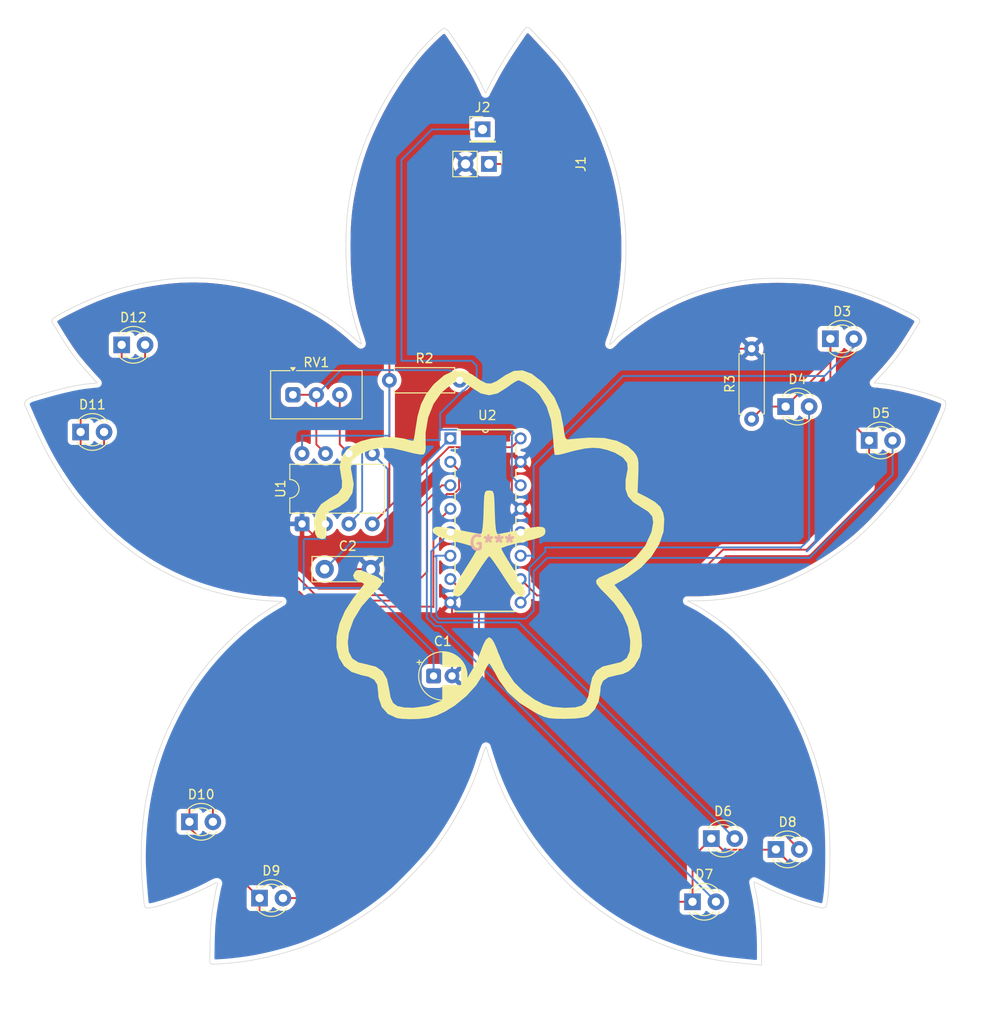
<source format=kicad_pcb>
(kicad_pcb (version 20241229) (generator "pcbnew") (generator_version "9.0")
  (layers (0 "F.Cu" signal) (2 "B.Cu" signal) (13 "F.Paste" user) (15 "B.Paste" user) (5 "F.SilkS" user "F.Silkscreen") (7 "B.SilkS" user "B.Silkscreen") (1 "F.Mask" user) (3 "B.Mask" user) (25 "Edge.Cuts" user))
  (net 0 "")
  (net 1 "+5V")
  (net 2 "GND")
  (net 3 "TR")
  (net 4 "Net-(U1-CONT)")
  (net 5 "Net-(U1-DISCH)")
  (net 6 "Net-(D10-K)")
  (net 7 "Net-(D3-A)")
  (net 8 "Net-(D4-A)")
  (net 9 "Net-(D5-A)")
  (net 10 "Net-(D6-A)")
  (net 11 "Net-(D7-A)")
  (net 12 "Net-(D8-A)")
  (net 13 "Net-(D9-A)")
  (net 14 "Net-(D10-A)")
  (net 15 "Net-(D11-A)")
  (net 16 "Net-(D12-A)")
  (net 17 "OUT")
  (footprint "LED_THT:LED_D3.0mm" (layer "F.Cu") (at 184.32 90.83)
    (property "Reference" "D4")
    (property "Value" "LED")
  )
  (footprint "Resistor_THT:R_Axial_DIN0207_L6.3mm_D2.5mm_P7.62mm_Horizontal" (layer "F.Cu") (at 180.63 92.18 90)
    (property "Reference" "R3")
    (property "Value" "470")
  )
  (footprint "LED_THT:LED_D3.0mm" (layer "F.Cu") (at 193.37 94.5)
    (property "Reference" "D5")
    (property "Value" "LED")
  )
  (footprint "Package_DIP:DIP-8_W7.62mm" (layer "F.Cu") (at 131.88 103.54 90)
    (property "Reference" "U1")
    (property "Value" "NE555P")
  )
  (footprint "Sakura:sakura" (layer "F.Cu") (at 150.418351 105.178242)
    (property "Reference" "G***")
    (property "Value" "LOGO" (hide yes))
  )
  (footprint "Potentiometer_THT:Potentiometer_Vishay_T93YA_Vertical" (layer "F.Cu") (at 130.89 89.55)
    (property "Reference" "RV1")
    (property "Value" "50K")
  )
  (footprint "LED_THT:LED_D3.0mm" (layer "F.Cu") (at 183.26 138.8)
    (property "Reference" "D8")
    (property "Value" "LED")
  )
  (footprint "LED_THT:LED_D3.0mm" (layer "F.Cu") (at 127.27 144.07)
    (property "Reference" "D9")
    (property "Value" "LED")
  )
  (footprint "Connector_PinHeader_2.54mm:PinHeader_1x02_P2.54mm_Vertical" (layer "F.Cu") (at 152.15 64.55 -90)
    (property "Reference" "J1")
    (property "Value" "Conn_01x02_Socket")
  )
  (footprint "LED_THT:LED_D3.0mm" (layer "F.Cu") (at 119.67 135.81)
    (property "Reference" "D10")
    (property "Value" "LED")
  )
  (footprint "Connector_PinHeader_2.54mm:PinHeader_1x01_P2.54mm_Vertical" (layer "F.Cu") (at 151.45 60.8)
    (property "Reference" "J2")
    (property "Value" "Conn_01x01_Socket")
  )
  (footprint "Capacitor_THT:C_Disc_D7.5mm_W2.5mm_P5.00mm" (layer "F.Cu") (at 134.33 108.44)
    (property "Reference" "C2")
    (property "Value" "0.01 UF")
  )
  (footprint "LED_THT:LED_D3.0mm" (layer "F.Cu") (at 176.26 137.63)
    (property "Reference" "D6")
    (property "Value" "LED")
  )
  (footprint "LED_THT:LED_D3.0mm" (layer "F.Cu") (at 189.17 83.49)
    (property "Reference" "D3")
    (property "Value" "LED")
  )
  (footprint "LED_THT:LED_D3.0mm" (layer "F.Cu") (at 112.32 84.14)
    (property "Reference" "D12")
    (property "Value" "LED")
  )
  (footprint "Capacitor_THT:CP_Radial_D5.0mm_P2.00mm" (layer "F.Cu") (at 146.14 120.01)
    (property "Reference" "C1")
    (property "Value" "1 uF")
  )
  (footprint "LED_THT:LED_D3.0mm" (layer "F.Cu") (at 174.22 144.47)
    (property "Reference" "D7")
    (property "Value" "LED")
  )
  (footprint "Resistor_THT:R_Axial_DIN0207_L6.3mm_D2.5mm_P7.62mm_Horizontal" (layer "F.Cu") (at 141.35 87.98)
    (property "Reference" "R2")
    (property "Value" "1k")
  )
  (footprint "LED_THT:LED_D3.0mm" (layer "F.Cu") (at 107.87 93.58)
    (property "Reference" "D11")
    (property "Value" "LED")
  )
  (footprint "N16:N16" (layer "F.Cu") (at 155.58 112.06)
    (property "Reference" "U2")
    (property "Value" "4017")
  )
  (gr_poly (pts (xy 156.358332 49.758483) (xy 156.3767 49.759936) (xy 156.394921 49.762345) (xy 156.412968 49.765699) (xy 156.430812 49.76999) (xy 156.448427 49.775206) (xy 156.465785 49.781339) (xy 156.48286 49.788377) (xy 156.499624 49.796311) (xy 156.51605 49.80513) (xy 156.53211 49.814825) (xy 156.547778 49.825386) (xy 156.563027 49.836802) (xy 156.577828 49.849063) (xy 156.592156 49.86216) (xy 156.605982 49.876082) (xy 157.351306 50.665856) (xy 158.093915 51.458781) (xy 158.443477 51.836042) (xy 158.790689 52.215886) (xy 159.135485 52.598241) (xy 159.477799 52.983034) (xy 159.594619 53.116572) (xy 159.710181 53.251342) (xy 159.824478 53.387331) (xy 159.9375 53.52453) (xy 160.049238 53.662926) (xy 160.159684 53.802511) (xy 160.268829 53.943273) (xy 160.376663 54.0852) (xy 160.652187 54.456896) (xy 160.92273 54.832663) (xy 161.188252 55.212444) (xy 161.448716 55.596182) (xy 161.704084 55.983819) (xy 161.954316 56.375299) (xy 162.199375 56.770562) (xy 162.439223 57.169552) (xy 162.673901 57.572342) (xy 162.903206 57.978572) (xy 163.127105 58.388181) (xy 163.345566 58.801107) (xy 163.558558 59.217289) (xy 163.766049 59.636666) (xy 163.968005 60.059175) (xy 164.164397 60.484755) (xy 164.351244 60.904632) (xy 164.532391 61.327273) (xy 164.707813 61.752612) (xy 164.877483 62.180583) (xy 165.041378 62.611123) (xy 165.199471 63.044165) (xy 165.351737 63.479645) (xy 165.498151 63.917497) (xy 165.632566 64.33981) (xy 165.760501 64.764327) (xy 165.881932 65.190961) (xy 165.996838 65.619627) (xy 166.105195 66.050239) (xy 166.206982 66.48271) (xy 166.302176 66.916956) (xy 166.390753 67.35289) (xy 166.474038 67.795639) (xy 166.551253 68.239573) (xy 166.622387 68.684619) (xy 166.687432 69.130704) (xy 166.746376 69.577755) (xy 166.79921 70.025699) (xy 166.845923 70.474464) (xy 166.886507 70.923977) (xy 166.921072 71.375403) (xy 166.949516 71.82725) (xy 166.971836 72.279448) (xy 166.988031 72.731925) (xy 166.998098 73.184609) (xy 167.002034 73.637431) (xy 166.999839 74.090318) (xy 166.991509 74.543199) (xy 166.977218 74.989111) (xy 166.956804 75.434677) (xy 166.930273 75.879823) (xy 166.897628 76.32448) (xy 166.858877 76.768575) (xy 166.814025 77.212036) (xy 166.763076 77.654792) (xy 166.706038 78.096773) (xy 166.644669 78.523465) (xy 166.576847 78.948957) (xy 166.502588 79.373164) (xy 166.421908 79.796004) (xy 166.334823 80.217394) (xy 166.241351 80.637249) (xy 166.141508 81.055487) (xy 166.035309 81.472024) (xy 165.997173 81.61547) (xy 165.958311 81.758679) (xy 165.918714 81.901683) (xy 165.878374 82.044513) (xy 165.793723 82.336035) (xy 165.706278 82.626719) (xy 165.626172 82.884039) (xy 165.543643 83.140491) (xy 165.515641 83.223787) (xy 165.48631 83.306555) (xy 165.455656 83.388775) (xy 165.423686 83.470428) (xy 165.400357 83.529662) (xy 165.377744 83.58921) (xy 165.355848 83.649064) (xy 165.334674 83.709212) (xy 165.326275 83.733982) (xy 165.318146 83.758853) (xy 165.310287 83.783823) (xy 165.302699 83.808888) (xy 165.295383 83.834046) (xy 165.288339 83.859294) (xy 165.281569 83.88463) (xy 165.275073 83.910051) (xy 165.266085 83.947703) (xy 165.257874 83.985551) (xy 165.250444 84.023583) (xy 165.243799 84.061786) (xy 165.243599 84.063236) (xy 165.243475 84.064687) (xy 165.243426 84.066137) (xy 165.243451 84.067583) (xy 165.243549 84.069021) (xy 165.24372 84.070448) (xy 165.243962 84.071861) (xy 165.244275 84.073258) (xy 165.244658 84.074634) (xy 165.245111 84.075987) (xy 165.245633 84.077314) (xy 165.246222 84.078611) (xy 165.246878 84.079875) (xy 165.247601 84.081104) (xy 165.248389 84.082294) (xy 165.249242 84.083442) (xy 165.250153 84.084538) (xy 165.251113 84.085572) (xy 165.252121 84.086545) (xy 165.253173 84.087453) (xy 165.254266 84.088297) (xy 165.255399 84.089075) (xy 165.256567 84.089786) (xy 165.257769 84.090427) (xy 165.259001 84.090998) (xy 165.260261 84.091497) (xy 165.261547 84.091924) (xy 165.262854 84.092276) (xy 165.264181 84.092552) (xy 165.265525 84.092751) (xy 165.266883 84.092872) (xy 165.268253 84.092914) (xy 165.271977 84.092832) (xy 165.275683 84.092589) (xy 165.279369 84.092186) (xy 165.283028 84.091625) (xy 165.286657 84.090906) (xy 165.290252 84.090032) (xy 165.293808 84.089004) (xy 165.297321 84.087823) (xy 165.300786 84.086492) (xy 165.3042 84.085011) (xy 165.307558 84.083383) (xy 165.310855 84.081608) (xy 165.314087 84.079689) (xy 165.317251 84.077627) (xy 165.320341 84.075423) (xy 165.323354 84.073079) (xy 165.355974 84.046273) (xy 165.3883 84.019067) (xy 165.420327 83.991461) (xy 165.452054 83.963458) (xy 165.471232 83.946198) (xy 165.490284 83.928782) (xy 165.509211 83.911209) (xy 165.528011 83.893482) (xy 165.546684 83.8756) (xy 165.565228 83.857564) (xy 165.583642 83.839375) (xy 165.601926 83.821034) (xy 165.642532 83.779537) (xy 165.682707 83.737568) (xy 165.72245 83.69513) (xy 165.761759 83.652225) (xy 165.835564 83.572392) (xy 165.91082 83.494169) (xy 165.987502 83.41758) (xy 166.06559 83.342643) (xy 166.145058 83.269383) (xy 166.225886 83.197819) (xy 166.30805 83.127974) (xy 166.391527 83.059869) (xy 166.677033 82.833866) (xy 166.964464 82.610632) (xy 167.253791 82.390192) (xy 167.544982 82.172568) (xy 167.858273 81.943136) (xy 168.173695 81.717025) (xy 168.491201 81.494265) (xy 168.810744 81.274888) (xy 169.082847 81.093434) (xy 169.357666 80.916788) (xy 169.635156 80.744981) (xy 169.915273 80.578044) (xy 170.206413 80.4101) (xy 170.499248 80.245631) (xy 170.793752 80.084652) (xy 171.089897 79.927177) (xy 171.387654 79.773222) (xy 171.686996 79.6228) (xy 171.987895 79.475926) (xy 172.290325 79.332615) (xy 172.583271 79.198174) (xy 172.87772 79.067638) (xy 173.173635 78.941019) (xy 173.470984 78.818332) (xy 173.769732 78.699591) (xy 174.069845 78.58481) (xy 174.371288 78.474003) (xy 174.674028 78.367183) (xy 174.980934 78.263356) (xy 175.288968 78.163567) (xy 175.598097 78.067827) (xy 175.908287 77.976145) (xy 176.219504 77.888531) (xy 176.531712 77.804995) (xy 176.84488 77.725545) (xy 177.158971 77.650192) (xy 177.491602 77.574613) (xy 177.824926 77.502739) (xy 178.158915 77.434574) (xy 178.493541 77.370125) (xy 178.828775 77.309397) (xy 179.164588 77.252395) (xy 179.500953 77.199125) (xy 179.837841 77.149591) (xy 180.078237 77.117087) (xy 180.318942 77.087511) (xy 180.559934 77.060868) (xy 180.801187 77.037157) (xy 181.042677 77.016382) (xy 181.284381 76.998545) (xy 181.526273 76.983647) (xy 181.768331 76.97169) (xy 182.346088 76.95084) (xy 182.92406 76.938314) (xy 183.502156 76.934112) (xy 184.080284 76.938237) (xy 184.648379 76.950477) (xy 185.216218 76.970908) (xy 185.783751 76.999528) (xy 186.350929 77.036336) (xy 186.575734 77.054169) (xy 186.800264 77.075209) (xy 187.024492 77.099452) (xy 187.248388 77.126893) (xy 187.471923 77.15753) (xy 187.695068 77.191357) (xy 187.917794 77.228371) (xy 188.140071 77.268568) (xy 188.681558 77.375198) (xy 189.221384 77.490953) (xy 189.759432 77.615806) (xy 190.295589 77.749733) (xy 190.820169 77.890396) (xy 191.342468 78.040381) (xy 191.862373 78.199653) (xy 192.379769 78.368176) (xy 192.900652 78.547962) (xy 193.418669 78.736869) (xy 193.933722 78.93486) (xy 194.445711 79.141902) (xy 194.975821 79.366366) (xy 195.502819 79.599055) (xy 196.026677 79.839957) (xy 196.547368 80.089061) (xy 197.171681 80.396368) (xy 197.793996 80.708255) (xy 197.87434 80.749431) (xy 197.954272 80.791499) (xy 198.033787 80.834454) (xy 198.112876 80.878292) (xy 198.191534 80.923011) (xy 198.269754 80.968606) (xy 198.347528 81.015075) (xy 198.424849 81.062413) (xy 198.469871 81.090937) (xy 198.514354 81.120385) (xy 198.558285 81.150746) (xy 198.601652 81.182013) (xy 198.644443 81.214175) (xy 198.686645 81.247225) (xy 198.728246 81.281153) (xy 198.769234 81.31595) (xy 198.779893 81.325728) (xy 198.789965 81.336072) (xy 198.799436 81.346951) (xy 198.808292 81.358335) (xy 198.816519 81.370192) (xy 198.824103 81.382491) (xy 198.831031 81.395201) (xy 198.837288 81.408292) (xy 198.842862 81.421731) (xy 198.847737 81.435488) (xy 198.8519 81.449533) (xy 198.855338 81.463833) (xy 198.858036 81.478359) (xy 198.859981 81.493078) (xy 198.861159 81.50796) (xy 198.861556 81.522973) (xy 198.861271 81.539838) (xy 198.86042 81.556643) (xy 198.859006 81.573372) (xy 198.857034 81.590011) (xy 198.854508 81.606545) (xy 198.851431 81.622957) (xy 198.847809 81.639233) (xy 198.843643 81.655358) (xy 198.83894 81.671316) (xy 198.833703 81.687093) (xy 198.827935 81.702672) (xy 198.821642 81.71804) (xy 198.814826 81.73318) (xy 198.807493 81.748077) (xy 198.799646 81.762716) (xy 198.791289 81.777083) (xy 198.433994 82.363936) (xy 198.073726 82.948678) (xy 197.887278 83.247157) (xy 197.698802 83.544144) (xy 197.508289 83.839647) (xy 197.315734 84.133673) (xy 197.145489 84.388641) (xy 196.972636 84.641582) (xy 196.79719 84.892476) (xy 196.619164 85.141302) (xy 196.543699 85.244292) (xy 196.467069 85.346301) (xy 196.38929 85.447312) (xy 196.310375 85.547307) (xy 196.203469 85.680407) (xy 196.095943 85.812895) (xy 195.987777 85.944795) (xy 195.878951 86.076129) (xy 195.762032 86.215795) (xy 195.644496 86.354771) (xy 195.52629 86.493119) (xy 195.407363 86.630897) (xy 195.297915 86.756213) (xy 195.187685 86.880752) (xy 195.076685 87.004506) (xy 194.964925 87.127466) (xy 193.927083 88.261813) (xy 194.770769 88.350839) (xy 195.069781 88.385428) (xy 195.368109 88.426015) (xy 195.665683 88.47259) (xy 195.962428 88.525142) (xy 196.325362 88.595234) (xy 196.687583 88.669306) (xy 197.049073 88.747356) (xy 197.409813 88.829381) (xy 197.779813 88.91774) (xy 198.148909 89.010114) (xy 198.517106 89.106503) (xy 198.884407 89.206907) (xy 199.207294 89.299776) (xy 199.52885 89.397745) (xy 199.849025 89.500799) (xy 200.167766 89.608925) (xy 200.581516 89.75521) (xy 200.993947 89.905675) (xy 201.045963 89.925421) (xy 201.097684 89.946006) (xy 201.149101 89.967427) (xy 201.200204 89.989678) (xy 201.250985 90.012757) (xy 201.301436 90.036659) (xy 201.351548 90.06138) (xy 201.401311 90.086917) (xy 201.415539 90.094522) (xy 201.429637 90.10238) (xy 201.443602 90.110491) (xy 201.457431 90.11885) (xy 201.471122 90.127457) (xy 201.48467 90.136309) (xy 201.498075 90.145405) (xy 201.511332 90.154743) (xy 201.524439 90.164319) (xy 201.537394 90.174133) (xy 201.550193 90.184182) (xy 201.562833 90.194465) (xy 201.575312 90.204979) (xy 201.587627 90.215722) (xy 201.599776 90.226692) (xy 201.611754 90.237887) (xy 201.619648 90.245808) (xy 201.6271 90.254124) (xy 201.634099 90.262815) (xy 201.640636 90.271858) (xy 201.646703 90.281232) (xy 201.652291 90.290914) (xy 201.65739 90.300884) (xy 201.66199 90.311119) (xy 201.666084 90.321597) (xy 201.669661 90.332298) (xy 201.672713 90.343198) (xy 201.67523 90.354277) (xy 201.677203 90.365512) (xy 201.678623 90.376883) (xy 201.679482 90.388366) (xy 201.679769 90.39994) (xy 201.678997 90.461782) (xy 201.676689 90.523503) (xy 201.672848 90.585071) (xy 201.667483 90.646454) (xy 201.660599 90.707621) (xy 201.652202 90.768539) (xy 201.6423 90.829177) (xy 201.630899 90.889503) (xy 201.618005 90.949485) (xy 201.603624 91.009092) (xy 201.587763 91.06829) (xy 201.570428 91.12705) (xy 201.551627 91.185338) (xy 201.531364 91.243122) (xy 201.509647 91.300372) (xy 201.486482 91.357055) (xy 201.238858 91.934656) (xy 200.986364 92.509918) (xy 200.729046 93.082735) (xy 200.466951 93.652997) (xy 200.179398 94.261724) (xy 199.884496 94.86643) (xy 199.5823 95.467005) (xy 199.272865 96.063342) (xy 199.136702 96.318787) (xy 198.998152 96.572735) (xy 198.857227 96.825167) (xy 198.713938 97.076064) (xy 198.568297 97.325406) (xy 198.420314 97.573175) (xy 198.270001 97.819351) (xy 198.117369 98.063916) (xy 197.954115 98.319384) (xy 197.788054 98.572736) (xy 197.619206 98.823947) (xy 197.447588 99.072989) (xy 197.273218 99.319837) (xy 197.096115 99.564464) (xy 196.916295 99.806843) (xy 196.733779 100.046948) (xy 196.529308 100.310352) (xy 196.322696 100.571816) (xy 196.113954 100.831325) (xy 195.903095 101.088864) (xy 195.690133 101.344416) (xy 195.47508 101.597967) (xy 195.257949 101.849501) (xy 195.038753 102.099002) (xy 194.818232 102.345635) (xy 194.595699 102.590178) (xy 194.37117 102.832615) (xy 194.14466 103.07293) (xy 193.916186 103.311107) (xy 193.685763 103.547131) (xy 193.453407 103.780986) (xy 193.219133 104.012655) (xy 193.006976 104.218085) (xy 192.792519 104.420719) (xy 192.575788 104.620533) (xy 192.356807 104.817507) (xy 192.135602 105.011618) (xy 191.912196 105.202846) (xy 191.686616 105.391166) (xy 191.458885 105.576559) (xy 190.989184 105.946707) (xy 190.513113 106.307137) (xy 190.030807 106.657756) (xy 189.542399 106.998474) (xy 189.048023 107.3292) (xy 188.547813 107.649842) (xy 188.041901 107.960309) (xy 187.530422 108.26051) (xy 187.019507 108.546757) (xy 186.50357 108.822111) (xy 185.982763 109.086499) (xy 185.457241 109.339849) (xy 184.927157 109.58209) (xy 184.392666 109.81315) (xy 183.853921 110.032956) (xy 183.311077 110.241437) (xy 182.774628 110.434666) (xy 182.234823 110.616284) (xy 181.691827 110.786243) (xy 181.145806 110.944497) (xy 180.596926 111.091002) (xy 180.045354 111.22571) (xy 179.491253 111.348577) (xy 178.934792 111.459555) (xy 178.389666 111.555746) (xy 177.842914 111.639296) (xy 177.294729 111.710186) (xy 176.745304 111.768399) (xy 176.194831 111.813915) (xy 175.643505 111.846717) (xy 175.091517 111.866787) (xy 174.539061 111.874106) (xy 173.68134 111.875534) (xy 174.42115 112.249856) (xy 174.521336 112.301281) (xy 174.620969 112.353894) (xy 174.72004 112.40769) (xy 174.81854 112.462664) (xy 174.916459 112.518811) (xy 175.013789 112.576127) (xy 175.110521 112.634606) (xy 175.206645 112.694244) (xy 175.46404 112.857726) (xy 175.719975 113.023762) (xy 175.974451 113.192354) (xy 176.227468 113.363504) (xy 176.491226 113.545631) (xy 176.753342 113.730364) (xy 177.01383 113.91771) (xy 177.272707 114.107681) (xy 177.496382 114.275988) (xy 177.717801 114.447639) (xy 177.936935 114.622614) (xy 178.153755 114.800891) (xy 178.28463 114.911299) (xy 178.414377 115.02319) (xy 178.542987 115.136554) (xy 178.670449 115.251381) (xy 178.796754 115.367662) (xy 178.92189 115.485387) (xy 179.045848 115.604548) (xy 179.168617 115.725134) (xy 179.505187 116.062104) (xy 179.839117 116.402067) (xy 180.170407 116.745025) (xy 180.499062 117.090982) (xy 180.826004 117.44093) (xy 181.150209 117.793806) (xy 181.471641 118.149574) (xy 181.790267 118.5082) (xy 181.906299 118.641258) (xy 182.02104 118.775574) (xy 182.134481 118.911134) (xy 182.246613 119.04793) (xy 182.357428 119.185948) (xy 182.466917 119.32518) (xy 182.575071 119.465612) (xy 182.68188 119.607235) (xy 182.987805 120.024308) (xy 183.287093 120.44671) (xy 183.579684 120.874351) (xy 183.86552 121.30714) (xy 184.14454 121.744985) (xy 184.416687 122.187797) (xy 184.6819 122.635482) (xy 184.94012 123.087951) (xy 185.192034 123.546384) (xy 185.436751 124.009125) (xy 185.674224 124.47608) (xy 185.904406 124.947151) (xy 186.12725 125.42224) (xy 186.34271 125.901252) (xy 186.550739 126.384089) (xy 186.75129 126.870654) (xy 186.944051 127.360178) (xy 187.129146 127.852957) (xy 187.306539 128.348888) (xy 187.476197 128.847867) (xy 187.638085 129.349792) (xy 187.792168 129.854558) (xy 187.938411 130.362064) (xy 188.076781 130.872204) (xy 188.206471 131.382091) (xy 188.328073 131.894133) (xy 188.441565 132.40822) (xy 188.546925 132.924244) (xy 188.644132 133.442097) (xy 188.733164 133.961669) (xy 188.814001 134.482851) (xy 188.88662 135.005536) (xy 188.922378 135.291751) (xy 188.954786 135.578391) (xy 188.983841 135.865419) (xy 189.00954 136.1528) (xy 189.031879 136.440498) (xy 189.050857 136.728478) (xy 189.06647 137.016704) (xy 189.078716 137.305139) (xy 189.100115 138.013319) (xy 189.112483 138.721697) (xy 189.115818 139.430217) (xy 189.110118 140.138824) (xy 189.095864 140.826567) (xy 189.072933 141.514044) (xy 189.041328 142.201131) (xy 189.001052 142.887704) (xy 188.982846 143.136974) (xy 188.960663 143.385822) (xy 188.934511 143.634194) (xy 188.904396 143.882033) (xy 188.870324 144.129285) (xy 188.832303 144.375893) (xy 188.790339 144.621801) (xy 188.744438 144.866955) (xy 188.740895 144.883) (xy 188.736607 144.898755) (xy 188.731592 144.914195) (xy 188.725866 144.929293) (xy 188.719446 144.944024) (xy 188.71235 144.958362) (xy 188.704595 144.972282) (xy 188.696197 144.985756) (xy 188.687174 144.998761) (xy 188.677542 145.011268) (xy 188.667318 145.023254) (xy 188.65652 145.034691) (xy 188.645165 145.045554) (xy 188.633269 145.055817) (xy 188.62085 145.065455) (xy 188.607924 145.074441) (xy 188.593241 145.083684) (xy 188.578281 145.09231) (xy 188.563062 145.100315) (xy 188.547601 145.107694) (xy 188.531916 145.114442) (xy 188.516022 145.120554) (xy 188.499939 145.126027) (xy 188.483681 145.130855) (xy 188.467268 145.135033) (xy 188.450715 145.138558) (xy 188.43404 145.141423) (xy 188.41726 145.143626) (xy 188.400393 145.14516) (xy 188.383454 145.146021) (xy 188.366462 145.146204) (xy 188.349434 145.145706) (xy 188.287491 145.14181) (xy 188.22569 145.136243) (xy 188.164059 145.129011) (xy 188.102627 145.120117) (xy 188.041425 145.109567) (xy 187.98048 145.097364) (xy 187.919822 145.083515) (xy 187.85948 145.068024) (xy 187.59988 144.996704) (xy 187.340776 144.923637) (xy 187.082113 144.848806) (xy 186.823836 144.772198) (xy 186.516856 144.677975) (xy 186.210911 144.580003) (xy 185.906034 144.47829) (xy 185.602257 144.372845) (xy 185.278857 144.256608) (xy 184.956497 144.137131) (xy 184.635204 144.014424) (xy 184.315007 143.888495) (xy 184.00055 143.76121) (xy 183.687277 143.630759) (xy 183.375173 143.497134) (xy 183.064223 143.360327) (xy 182.784257 143.23323) (xy 182.505839 143.102311) (xy 182.228989 142.967577) (xy 181.953725 142.829037) (xy 181.753561 142.727599) (xy 181.552669 142.62774) (xy 181.467207 142.58601) (xy 181.381525 142.544838) (xy 181.295671 142.504248) (xy 181.209694 142.464264) (xy 181.06009 142.395577) (xy 180.91028 142.327392) (xy 180.909294 142.326969) (xy 180.908298 142.326588) (xy 180.907296 142.326249) (xy 180.906287 142.325952) (xy 180.905272 142.325697) (xy 180.904253 142.325484) (xy 180.903231 142.325311) (xy 180.902207 142.32518) (xy 180.901181 142.32509) (xy 180.900155 142.32504) (xy 180.898108 142.325062) (xy 180.896071 142.325244) (xy 180.894056 142.325584) (xy 180.892069 142.326081) (xy 180.890118 142.326733) (xy 180.888214 142.327538) (xy 180.886363 142.328494) (xy 180.88546 142.329029) (xy 180.884574 142.329601) (xy 180.883706 142.330209) (xy 180.882856 142.330855) (xy 180.882026 142.331537) (xy 180.881217 142.332256) (xy 180.880429 142.33301) (xy 180.879665 142.333801) (xy 180.878168 142.335505) (xy 180.87678 142.337292) (xy 180.875505 142.339156) (xy 180.874343 142.341092) (xy 180.873297 142.343093) (xy 180.872369 142.345153) (xy 180.871559 142.347267) (xy 180.87087 142.349429) (xy 180.870304 142.351632) (xy 180.869862 142.353872) (xy 180.869546 142.35614) (xy 180.869359 142.358433) (xy 180.869301 142.360743) (xy 180.869375 142.363065) (xy 180.869581 142.365393) (xy 180.869924 142.367721) (xy 180.898093 142.52545) (xy 180.92675 142.683075) (xy 180.943703 142.774142) (xy 180.961162 142.86511) (xy 180.979123 142.955984) (xy 180.997585 143.046768) (xy 181.042162 143.259215) (xy 181.088194 143.471325) (xy 181.160944 143.814474) (xy 181.22805 144.158921) (xy 181.289499 144.504579) (xy 181.345275 144.851364) (xy 181.401324 145.23487) (xy 181.452682 145.61914) (xy 181.49934 146.004098) (xy 181.541289 146.38967) (xy 181.579524 146.785692) (xy 181.613009 147.182176) (xy 181.641739 147.579078) (xy 181.665709 147.976352) (xy 181.683842 148.357875) (xy 181.696794 148.739628) (xy 181.704565 149.121554) (xy 181.707155 149.503598) (xy 181.707155 151.342004) (xy 180.939595 151.267059) (xy 179.95538 151.169251) (xy 178.971275 151.068051) (xy 178.671927 151.0357) (xy 178.372816 151.001268) (xy 178.073921 150.964755) (xy 177.775221 150.926163) (xy 177.543116 150.89411) (xy 177.311315 150.859628) (xy 177.079836 150.822716) (xy 176.848699 150.783377) (xy 176.607689 150.739917) (xy 176.367048 150.694242) (xy 176.126782 150.646351) (xy 175.8869 150.596243) (xy 175.506927 150.512535) (xy 175.127954 150.423994) (xy 174.750022 150.330631) (xy 174.373171 150.232458) (xy 173.997443 150.129486) (xy 173.622877 150.021724) (xy 173.249515 149.909185) (xy 172.877397 149.791879) (xy 172.504175 149.669079) (xy 172.132366 149.541632) (xy 171.762005 149.409552) (xy 171.393128 149.272853) (xy 171.025772 149.131548) (xy 170.659971 148.985651) (xy 170.295762 148.835176) (xy 169.93318 148.680136) (xy 169.576515 148.522395) (xy 169.221662 148.360172) (xy 168.868656 148.193485) (xy 168.517534 148.02235) (xy 168.168329 147.846786) (xy 167.821077 147.666809) (xy 167.475814 147.482438) (xy 167.132573 147.293689) (xy 166.801622 147.106112) (xy 166.473012 146.913995) (xy 166.146782 146.717362) (xy 165.822973 146.516239) (xy 165.501625 146.31065) (xy 165.182778 146.10062) (xy 164.866471 145.886174) (xy 164.552745 145.667337) (xy 164.028886 145.288942) (xy 163.512067 144.899963) (xy 163.002424 144.500514) (xy 162.500095 144.090709) (xy 162.005217 143.670662) (xy 161.517926 143.240487) (xy 161.038359 142.800297) (xy 160.566654 142.350207) (xy 160.105712 141.892932) (xy 159.653335 141.426248) (xy 159.209646 140.950295) (xy 158.77477 140.465215) (xy 158.348831 139.97115) (xy 157.93195 139.468239) (xy 157.524254 138.956624) (xy 157.125864 138.436447) (xy 156.746047 137.920019) (xy 156.376069 137.395731) (xy 156.016033 136.863747) (xy 155.666042 136.324227) (xy 155.326201 135.777335) (xy 154.996611 135.223234) (xy 154.677377 134.662087) (xy 154.368602 134.094055) (xy 154.082638 133.541271) (xy 153.808415 132.981771) (xy 153.545966 132.415586) (xy 153.295322 131.842749) (xy 153.056516 131.263291) (xy 152.829579 130.677242) (xy 152.614544 130.084635) (xy 152.411443 129.485501) (xy 152.214691 128.882745) (xy 152.024509 128.29613) (xy 151.886388 127.867819) (xy 151.87566 127.834061) (xy 151.865169 127.800216) (xy 151.854917 127.76629) (xy 151.844905 127.732284) (xy 151.844273 127.730369) (xy 151.843515 127.728531) (xy 151.842635 127.726774) (xy 151.841642 127.725104) (xy 151.840539 127.723527) (xy 151.839335 127.722048) (xy 151.838035 127.720671) (xy 151.836644 127.719402) (xy 151.83517 127.718246) (xy 151.833619 127.717209) (xy 151.831996 127.716295) (xy 151.830307 127.71551) (xy 151.82856 127.714859) (xy 151.826759 127.714348) (xy 151.825841 127.714146) (xy 151.824912 127.713981) (xy 151.823973 127.713853) (xy 151.823024 127.713763) (xy 151.822073 127.713712) (xy 151.821125 127.713699) (xy 151.820183 127.713726) (xy 151.819248 127.71379) (xy 151.818319 127.713892) (xy 151.817398 127.71403) (xy 151.816485 127.714206) (xy 151.815582 127.714417) (xy 151.81469 127.714663) (xy 151.813809 127.714945) (xy 151.812939 127.715261) (xy 151.812083 127.715611) (xy 151.81124 127.715994) (xy 151.810412 127.716409) (xy 151.809599 127.716857) (xy 151.808802 127.717337) (xy 151.808022 127.717848) (xy 151.807261 127.71839) (xy 151.806518 127.718962) (xy 151.805795 127.719563) (xy 151.805092 127.720193) (xy 151.80441 127.720852) (xy 151.803751 127.721539) (xy 151.803114 127.722254) (xy 151.802502 127.722996) (xy 151.801914 127.723763) (xy 151.801351 127.724557) (xy 151.800815 127.725377) (xy 151.800306 127.726221) (xy 151.799825 127.727089) (xy 151.799373 127.727981) (xy 151.79895 127.728897) (xy 151.759608 127.819524) (xy 151.721132 127.910574) (xy 151.683522 128.002037) (xy 151.646781 128.093899) (xy 151.59815 128.219348) (xy 151.550948 128.345416) (xy 151.505182 128.472087) (xy 151.46086 128.599344) (xy 151.406889 128.758798) (xy 151.353851 128.918643) (xy 151.301755 129.078845) (xy 151.250609 129.239371) (xy 151.156627 129.531535) (xy 151.059339 129.822421) (xy 150.958755 130.111999) (xy 150.854888 130.400236) (xy 150.74775 130.687102) (xy 150.637351 130.972565) (xy 150.523703 131.256594) (xy 150.406818 131.539157) (xy 150.279625 131.837565) (xy 150.149608 132.134553) (xy 150.016778 132.430098) (xy 149.881144 132.724175) (xy 149.74272 133.016762) (xy 149.601515 133.307833) (xy 149.45754 133.597364) (xy 149.310808 133.885333) (xy 149.157258 134.179601) (xy 149.000997 134.4722) (xy 148.842037 134.763109) (xy 148.680389 135.052309) (xy 148.516064 135.33978) (xy 148.349072 135.625502) (xy 148.179425 135.909455) (xy 148.007134 136.19162) (xy 147.832817 136.470974) (xy 147.655902 136.748427) (xy 147.476402 137.023955) (xy 147.294331 137.297539) (xy 147.109704 137.569157) (xy 146.922535 137.838787) (xy 146.732839 138.10641) (xy 146.540628 138.372003) (xy 146.418958 138.536491) (xy 146.295583 138.699497) (xy 146.170516 138.861007) (xy 146.043768 139.021007) (xy 145.915348 139.179482) (xy 145.785268 139.336419) (xy 145.653539 139.491803) (xy 145.520172 139.64562) (xy 145.162454 140.049623) (xy 144.801067 140.449851) (xy 144.436047 140.846266) (xy 144.067432 141.23883) (xy 143.690722 141.632218) (xy 143.310398 142.021643) (xy 142.926518 142.407051) (xy 142.539137 142.788388) (xy 142.38483 142.937313) (xy 142.22917 143.084589) (xy 142.07217 143.230206) (xy 141.913838 143.374155) (xy 141.754186 143.516426) (xy 141.593224 143.65701) (xy 141.430962 143.795898) (xy 141.267411 143.933081) (xy 141.021079 144.135502) (xy 140.772881 144.335267) (xy 140.522837 144.532359) (xy 140.270968 144.726763) (xy 140.017293 144.918465) (xy 139.761833 145.107448) (xy 139.504607 145.293698) (xy 139.245638 145.4772) (xy 138.974013 145.665755) (xy 138.700858 145.851725) (xy 138.426188 146.0351) (xy 138.150019 146.21587) (xy 137.872366 146.394027) (xy 137.593246 146.569559) (xy 137.312674 146.742457) (xy 137.030666 146.91271) (xy 136.467617 147.242145) (xy 135.899204 147.560793) (xy 135.325575 147.868576) (xy 134.746878 148.165417) (xy 134.472796 148.300904) (xy 134.1974 148.43324) (xy 133.920713 148.562415) (xy 133.642758 148.688419) (xy 133.363559 148.811241) (xy 133.08314 148.930872) (xy 132.801523 149.047299) (xy 132.518732 149.160513) (xy 132.141472 149.304992) (xy 131.761887 149.442179) (xy 131.380056 149.572043) (xy 130.996054 149.694559) (xy 130.544212 149.831075) (xy 130.091011 149.962149) (xy 129.636454 150.087777) (xy 129.180541 150.207959) (xy 128.717845 150.324073) (xy 128.253998 150.434652) (xy 127.789021 150.539691) (xy 127.322938 150.639181) (xy 126.910888 150.720876) (xy 126.497651 150.795402) (xy 126.083306 150.862746) (xy 125.66793 150.922894) (xy 125.324224 150.968385) (xy 124.980185 151.011443) (xy 124.635874 151.052061) (xy 124.29135 151.090234) (xy 123.999393 151.119823) (xy 123.707127 151.146009) (xy 123.414567 151.168791) (xy 123.12173 151.188168) (xy 122.881147 151.201927) (xy 122.64045 151.214157) (xy 122.39969 151.224857) (xy 122.158917 151.234027) (xy 122.144545 151.234132) (xy 122.130255 151.233447) (xy 122.116073 151.231984) (xy 122.102024 151.229753) (xy 122.088136 151.226766) (xy 122.074433 151.223033) (xy 122.060941 151.218566) (xy 122.047687 151.213375) (xy 122.034697 151.207471) (xy 122.021995 151.200866) (xy 122.009609 151.193571) (xy 121.997564 151.185595) (xy 121.985886 151.176951) (xy 121.974601 151.167649) (xy 121.963735 151.1577) (xy 121.953313 151.147116) (xy 121.943824 151.136444) (xy 121.934891 151.125326) (xy 121.926522 151.11379) (xy 121.918726 151.101863) (xy 121.911515 151.089572) (xy 121.904897 151.076945) (xy 121.898881 151.064008) (xy 121.893478 151.05079) (xy 121.888696 151.037316) (xy 121.884546 151.023615) (xy 121.881037 151.009714) (xy 121.878179 150.99564) (xy 121.875981 150.981419) (xy 121.874452 150.967081) (xy 121.873603 150.95265) (xy 121.873442 150.938156) (xy 121.886299 150.056809) (xy 121.902094 149.175482) (xy 121.91162 148.75588) (xy 121.923762 148.336442) (xy 121.938525 147.917087) (xy 121.955911 147.497732) (xy 121.971952 147.191648) (xy 121.992767 146.885905) (xy 122.018348 146.580575) (xy 122.048692 146.275732) (xy 122.074357 146.049154) (xy 122.102629 145.82295) (xy 122.133503 145.597139) (xy 122.166976 145.37174) (xy 122.212062 145.085219) (xy 122.258773 144.798976) (xy 122.307109 144.513013) (xy 122.357072 144.227331) (xy 122.457009 143.681686) (xy 122.562573 143.137222) (xy 122.579013 143.057129) (xy 122.596362 142.977263) (xy 122.614616 142.897633) (xy 122.633773 142.818249) (xy 122.653832 142.739119) (xy 122.67479 142.660253) (xy 122.696645 142.581659) (xy 122.719394 142.503348) (xy 122.720181 142.500484) (xy 122.720846 142.497608) (xy 122.721391 142.494724) (xy 122.721817 142.491836) (xy 122.722125 142.488946) (xy 122.722317 142.486058) (xy 122.722394 142.483177) (xy 122.722358 142.480305) (xy 122.722209 142.477447) (xy 122.721948 142.474605) (xy 122.721578 142.471784) (xy 122.721099 142.468986) (xy 122.720514 142.466217) (xy 122.719821 142.463478) (xy 122.719025 142.460774) (xy 122.718125 142.458109) (xy 122.717122 142.455486) (xy 122.716019 142.452908) (xy 122.714817 142.45038) (xy 122.713516 142.447904) (xy 122.712118 142.445485) (xy 122.710625 142.443125) (xy 122.709037 142.44083) (xy 122.707356 142.438601) (xy 122.705583 142.436443) (xy 122.70372 142.43436) (xy 122.701768 142.432355) (xy 122.699728 142.430431) (xy 122.697601 142.428592) (xy 122.695388 142.426842) (xy 122.693092 142.425185) (xy 122.690713 142.423623) (xy 122.684947 142.420227) (xy 122.679055 142.417163) (xy 122.673048 142.414432) (xy 122.666939 142.412037) (xy 122.66074 142.409979) (xy 122.654463 142.408261) (xy 122.648121 142.406882) (xy 122.641726 142.405846) (xy 122.635291 142.405154) (xy 122.628828 142.404808) (xy 122.622348 142.404809) (xy 122.615865 142.405159) (xy 122.609391 142.405859) (xy 122.602938 142.406913) (xy 122.596518 142.40832) (xy 122.590145 142.410083) (xy 122.558483 142.420131) (xy 122.527028 142.43086) (xy 122.495789 142.442268) (xy 122.464774 142.454352) (xy 122.433992 142.467108) (xy 122.403452 142.480534) (xy 122.373162 142.494626) (xy 122.343133 142.509381) (xy 122.214452 142.574731) (xy 122.086056 142.640804) (xy 121.957978 142.707582) (xy 121.83025 142.775049) (xy 121.57262 142.909527) (xy 121.313195 143.039979) (xy 121.052012 143.166388) (xy 120.789105 143.288733) (xy 120.493626 143.421563) (xy 120.196867 143.551098) (xy 119.898861 143.677319) (xy 119.599639 143.80021) (xy 119.283249 143.92621) (xy 118.965682 144.048833) (xy 118.646982 144.168061) (xy 118.327193 144.283874) (xy 118.005617 144.396532) (xy 117.683026 144.505768) (xy 117.359423 144.611582) (xy 117.034814 144.713971) (xy 116.794896 144.787223) (xy 116.55451 144.858534) (xy 116.31363 144.927909) (xy 116.072226 144.995358) (xy 115.995518 145.015862) (xy 115.918563 145.035234) (xy 115.841374 145.05347) (xy 115.763961 145.07057) (xy 115.686336 145.08653) (xy 115.608509 145.101348) (xy 115.530493 145.115023) (xy 115.452297 145.127551) (xy 115.402258 145.134609) (xy 115.352107 145.140532) (xy 115.301861 145.145319) (xy 115.251538 145.148967) (xy 115.201154 145.151477) (xy 115.150726 145.152847) (xy 115.100271 145.153075) (xy 115.049806 145.15216) (xy 115.043075 145.151849) (xy 115.036381 145.151315) (xy 115.02973 145.150559) (xy 115.023125 145.149584) (xy 115.016571 145.148393) (xy 115.010072 145.146989) (xy 115.003632 145.145374) (xy 114.997254 145.14355) (xy 114.990944 145.14152) (xy 114.984704 145.139286) (xy 114.97854 145.136852) (xy 114.972456 145.134219) (xy 114.960541 145.128368) (xy 114.948994 145.121753) (xy 114.937846 145.114396) (xy 114.927131 145.106316) (xy 114.916882 145.097533) (xy 114.907132 145.088068) (xy 114.897913 145.077941) (xy 114.889259 145.067172) (xy 114.885154 145.061553) (xy 114.881202 145.055781) (xy 114.877408 145.049859) (xy 114.873776 145.043789) (xy 114.860946 145.020864) (xy 114.848748 144.99759) (xy 114.837186 144.973982) (xy 114.826264 144.950054) (xy 114.815989 144.92582) (xy 114.806363 144.901295) (xy 114.797392 144.876491) (xy 114.789081 144.851423) (xy 114.781434 144.826106) (xy 114.774456 144.800553) (xy 114.768152 144.774779) (xy 114.762527 144.748796) (xy 114.757584 144.72262) (xy 114.753329 144.696265) (xy 114.749767 144.669744) (xy 114.746902 144.643072) (xy 114.667597 143.768981) (xy 114.593974 142.894113) (xy 114.559548 142.448567) (xy 114.528313 142.002744) (xy 114.500272 141.556691) (xy 114.475427 141.110455) (xy 114.458792 140.745222) (xy 114.446908 140.379791) (xy 114.439777 140.014216) (xy 114.437401 139.64855) (xy 114.44235 139.041128) (xy 114.457191 138.434026) (xy 114.481914 137.827384) (xy 114.516511 137.221341) (xy 114.560974 136.616033) (xy 114.615292 136.011601) (xy 114.679457 135.408182) (xy 114.753459 134.805914) (xy 114.835112 134.224031) (xy 114.927157 133.644088) (xy 115.02956 133.066244) (xy 115.14229 132.490659) (xy 115.265315 131.91749) (xy 115.3986 131.346896) (xy 115.542115 130.779036) (xy 115.695825 130.214068) (xy 115.858791 129.655383) (xy 116.031756 129.100317) (xy 116.214664 128.549021) (xy 116.407461 128.00165) (xy 116.61009 127.458355) (xy 116.822496 126.919289) (xy 117.044625 126.384605) (xy 117.276422 125.854455) (xy 117.522793 125.31735) (xy 117.77813 124.785217) (xy 118.042367 124.258183) (xy 118.315434 123.736377) (xy 118.597263 123.219927) (xy 118.887787 122.708959) (xy 119.186936 122.203603) (xy 119.494644 121.703985) (xy 119.720421 121.350299) (xy 119.951127 121.000355) (xy 120.186719 120.654212) (xy 120.427156 120.311928) (xy 120.672395 119.973563) (xy 120.922395 119.639175) (xy 121.177114 119.308821) (xy 121.436509 118.982562) (xy 121.707615 118.651427) (xy 121.982961 118.324402) (xy 122.262506 118.001533) (xy 122.546207 117.682866) (xy 122.834022 117.368447) (xy 123.12591 117.058324) (xy 123.421829 116.752542) (xy 123.721736 116.451147) (xy 124.022241 116.157496) (xy 124.326526 115.868429) (xy 124.634545 115.583988) (xy 124.946254 115.304215) (xy 125.261605 115.029149) (xy 125.580554 114.758833) (xy 125.903054 114.493308) (xy 126.229059 114.232614) (xy 126.542635 113.989707) (xy 126.859812 113.752353) (xy 127.180525 113.520595) (xy 127.504708 113.294479) (xy 127.832298 113.074048) (xy 128.163227 112.859348) (xy 128.497432 112.650423) (xy 128.834847 112.447317) (xy 129.692568 111.940829) (xy 128.957363 111.910031) (xy 128.237011 111.871147) (xy 127.51794 111.814889) (xy 126.800423 111.741296) (xy 126.084733 111.650406) (xy 125.371145 111.542257) (xy 124.659931 111.416887) (xy 123.951365 111.274335) (xy 123.245722 111.114639) (xy 122.563913 110.942234) (xy 121.886593 110.751989) (xy 121.214068 110.544011) (xy 120.546639 110.318406) (xy 119.88461 110.075282) (xy 119.228284 109.814746) (xy 118.577966 109.536904) (xy 117.933958 109.241864) (xy 117.300616 108.931659) (xy 116.674959 108.60489) (xy 116.057265 108.261726) (xy 115.447812 107.902337) (xy 114.846881 107.526893) (xy 114.254751 107.135563) (xy 113.6717 106.728517) (xy 113.098007 106.305923) (xy 112.523296 105.860326) (xy 111.958745 105.400627) (xy 111.404576 104.927029) (xy 110.86101 104.439734) (xy 110.328268 103.938946) (xy 109.806573 103.424869) (xy 109.296144 102.897705) (xy 108.797204 102.357657) (xy 108.535165 102.064639) (xy 108.275601 101.769052) (xy 108.01856 101.470953) (xy 107.764091 101.170401) (xy 107.547365 100.908378) (xy 107.334139 100.643134) (xy 107.124438 100.374695) (xy 106.918283 100.103088) (xy 106.710988 99.822095) (xy 106.507304 99.538098) (xy 106.30726 99.251134) (xy 106.110883 98.961242) (xy 105.877615 98.608985) (xy 105.646969 98.254835) (xy 105.418928 97.898763) (xy 105.193471 97.540738) (xy 105.043222 97.297244) (xy 104.895479 97.052036) (xy 104.750253 96.805134) (xy 104.607556 96.55656) (xy 104.467401 96.306334) (xy 104.329799 96.054478) (xy 104.194762 95.801013) (xy 104.062303 95.545959) (xy 103.757973 94.942723) (xy 103.461309 94.335194) (xy 103.17233 93.723416) (xy 102.891056 93.107434) (xy 102.622303 92.504483) (xy 102.356529 91.899871) (xy 102.093797 91.29374) (xy 101.834169 90.686235) (xy 101.82298 90.656908) (xy 101.814034 90.627072) (xy 101.807309 90.596856) (xy 101.802781 90.566392) (xy 101.800429 90.53581) (xy 101.800231 90.505242) (xy 101.802164 90.474817) (xy 101.806207 90.444667) (xy 101.812336 90.414923) (xy 101.820531 90.385714) (xy 101.830768 90.357173) (xy 101.843026 90.329429) (xy 101.857282 90.302614) (xy 101.873514 90.276859) (xy 101.8917 90.252293) (xy 101.911817 90.229048) (xy 101.946573 90.193034) (xy 101.982313 90.158273) (xy 102.019006 90.124785) (xy 102.056622 90.09259) (xy 102.09513 90.061706) (xy 102.134499 90.032153) (xy 102.174699 90.00395) (xy 102.215699 89.977118) (xy 102.257468 89.951675) (xy 102.299977 89.92764) (xy 102.343194 89.905034) (xy 102.387089 89.883876) (xy 102.431631 89.864185) (xy 102.47679 89.84598) (xy 102.522534 89.829281) (xy 102.568834 89.814108) (xy 103.103983 89.651131) (xy 103.64036 89.492903) (xy 104.177967 89.339423) (xy 104.716802 89.190693) (xy 105.280185 89.042046) (xy 105.845314 88.901317) (xy 106.412117 88.768528) (xy 106.980519 88.643698) (xy 107.210401 88.596469) (xy 107.440785 88.552291) (xy 107.671644 88.51117) (xy 107.902951 88.473109) (xy 108.134682 88.438112) (xy 108.366809 88.406185) (xy 108.599306 88.37733) (xy 108.832147 88.351553) (xy 109.659795 88.265457) (xy 108.688841 87.194789) (xy 108.585116 87.07987) (xy 108.481946 86.964473) (xy 108.379276 86.848537) (xy 108.277052 86.732004) (xy 108.058999 86.48033) (xy 107.842689 86.226806) (xy 107.644711 85.991158) (xy 107.44843 85.753872) (xy 107.378122 85.667349) (xy 107.308616 85.580078) (xy 107.239919 85.492074) (xy 107.172044 85.403349) (xy 106.989095 85.157792) (xy 106.809851 84.909161) (xy 106.634349 84.657509) (xy 106.462623 84.402888) (xy 106.252465 84.083143) (xy 106.044805 83.761511) (xy 105.839627 83.437966) (xy 105.636916 83.112485) (xy 105.238608 82.462254) (xy 104.844507 81.809112) (xy 104.834158 81.791131) (xy 104.824439 81.772806) (xy 104.815354 81.754158) (xy 104.80691 81.735205) (xy 104.799112 81.715968) (xy 104.791964 81.696463) (xy 104.785471 81.676713) (xy 104.77964 81.656734) (xy 104.774475 81.636546) (xy 104.769982 81.616169) (xy 104.766166 81.595622) (xy 104.763032 81.574924) (xy 104.760585 81.554094) (xy 104.758831 81.533151) (xy 104.757774 81.512114) (xy 104.757421 81.491003) (xy 104.757726 81.479664) (xy 104.758634 81.468429) (xy 104.760135 81.457323) (xy 104.762216 81.446369) (xy 104.764867 81.435593) (xy 104.768077 81.425018) (xy 104.771834 81.41467) (xy 104.776128 81.404571) (xy 104.780946 81.394747) (xy 104.786279 81.385223) (xy 104.792114 81.376022) (xy 104.798441 81.367168) (xy 104.805249 81.358687) (xy 104.812527 81.350602) (xy 104.820262 81.342939) (xy 104.828445 81.335721) (xy 104.864798 81.305923) (xy 104.901531 81.276676) (xy 104.938639 81.247984) (xy 104.976117 81.219851) (xy 105.013959 81.192282) (xy 105.05216 81.165279) (xy 105.090715 81.138847) (xy 105.129618 81.112991) (xy 105.190384 81.073681) (xy 105.251518 81.035036) (xy 105.313014 80.997059) (xy 105.374869 80.959752) (xy 105.437078 80.923119) (xy 105.499636 80.88716) (xy 105.562539 80.85188) (xy 105.625781 80.81728) (xy 105.830969 80.707152) (xy 106.036612 80.598215) (xy 106.242788 80.490427) (xy 106.449575 80.383746) (xy 107.109137 80.053309) (xy 107.773983 79.735299) (xy 108.443942 79.429796) (xy 109.118846 79.13688) (xy 109.429504 79.00762) (xy 109.741495 78.882174) (xy 110.054788 78.760553) (xy 110.36935 78.64277) (xy 110.68515 78.528837) (xy 111.002154 78.418764) (xy 111.320332 78.312566) (xy 111.63965 78.210252) (xy 111.956047 78.113103) (xy 112.27345 78.019893) (xy 112.591824 77.93063) (xy 112.911137 77.845324) (xy 113.231356 77.763982) (xy 113.552446 77.686613) (xy 113.874375 77.613227) (xy 114.197109 77.543831) (xy 114.888527 77.406917) (xy 115.582203 77.284115) (xy 116.277941 77.17546) (xy 116.97555 77.080986) (xy 117.668642 77.00403) (xy 118.363018 76.946397) (xy 119.058326 76.90809) (xy 119.754211 76.889115) (xy 120.450323 76.889477) (xy 121.146308 76.909179) (xy 121.841813 76.948228) (xy 122.536488 77.006627) (xy 123.245266 77.08544) (xy 123.951731 77.182605) (xy 124.655573 77.298061) (xy 125.356483 77.431743) (xy 126.054152 77.583588) (xy 126.748272 77.753534) (xy 127.438533 77.941517) (xy 128.124626 78.147474) (xy 128.795354 78.36791) (xy 129.460491 78.605869) (xy 130.119739 78.861223) (xy 130.772802 79.133842) (xy 131.419382 79.423597) (xy 132.059184 79.730361) (xy 132.691908 80.054002) (xy 133.317259 80.394394) (xy 133.902563 80.734391) (xy 134.478088 81.092089) (xy 135.043491 81.467236) (xy 135.598429 81.859582) (xy 136.142559 82.268878) (xy 136.675538 82.694873) (xy 137.197024 83.137317) (xy 137.706673 83.595961) (xy 137.758675 83.643727) (xy 137.811054 83.691004) (xy 137.863815 83.737794) (xy 137.91696 83.784097) (xy 137.962355 83.822743) (xy 138.008255 83.860693) (xy 138.054654 83.897946) (xy 138.101544 83.934495) (xy 138.140079 83.963842) (xy 138.178822 83.992861) (xy 138.217776 84.021554) (xy 138.256941 84.049925) (xy 138.258014 84.050659) (xy 138.259106 84.051337) (xy 138.260218 84.051958) (xy 138.261346 84.052522) (xy 138.26249 84.053031) (xy 138.263648 84.053483) (xy 138.264818 84.05388) (xy 138.265999 84.054221) (xy 138.267188 84.054507) (xy 138.268384 84.054737) (xy 138.269585 84.054913) (xy 138.27079 84.055033) (xy 138.271996 84.055099) (xy 138.273203 84.05511) (xy 138.274409 84.055066) (xy 138.275611 84.054969) (xy 138.276808 84.054817) (xy 138.277999 84.054612) (xy 138.279181 84.054353) (xy 138.280354 84.05404) (xy 138.281514 84.053674) (xy 138.282662 84.053255) (xy 138.283794 84.052783) (xy 138.28491 84.052259) (xy 138.286007 84.051681) (xy 138.287084 84.051051) (xy 138.288139 84.050369) (xy 138.28917 84.049635) (xy 138.290176 84.048849) (xy 138.291156 84.048011) (xy 138.292107 84.047121) (xy 138.293027 84.046181) (xy 138.294892 84.044051) (xy 138.296611 84.041813) (xy 138.298182 84.039475) (xy 138.299601 84.037046) (xy 138.300866 84.034534) (xy 138.301976 84.031949) (xy 138.302929 84.029298) (xy 138.303721 84.02659) (xy 138.304351 84.023834) (xy 138.304816 84.021038) (xy 138.305114 84.01821) (xy 138.305243 84.015361) (xy 138.305201 84.012497) (xy 138.304985 84.009627) (xy 138.304593 84.006761) (xy 138.304022 84.003906) (xy 138.292251 83.953751) (xy 138.280169 83.903674) (xy 138.267778 83.853683) (xy 138.255083 83.803786) (xy 138.239229 83.74375) (xy 138.222676 83.683931) (xy 138.205427 83.624337) (xy 138.187485 83.564979) (xy 138.165975 83.49622) (xy 138.143949 83.427637) (xy 138.121411 83.359238) (xy 138.098363 83.291035) (xy 137.922825 82.76234) (xy 137.756803 82.230201) (xy 137.600337 81.694752) (xy 137.453465 81.156131) (xy 137.389868 80.908398) (xy 137.329169 80.659866) (xy 137.271374 80.410563) (xy 137.21649 80.16052) (xy 137.164524 79.909765) (xy 137.115481 79.658328) (xy 137.069369 79.406238) (xy 137.026193 79.153525) (xy 136.984039 78.88872) (xy 136.944798 78.623432) (xy 136.908474 78.357687) (xy 136.875071 78.091512) (xy 136.84459 77.824934) (xy 136.817035 77.557978) (xy 136.792409 77.290672) (xy 136.770716 77.023042) (xy 136.72724 76.390843) (xy 136.692253 75.75808) (xy 136.665759 75.12485) (xy 136.647765 74.491247) (xy 136.637968 73.847863) (xy 136.636489 73.204442) (xy 136.643327 72.56105) (xy 136.658481 71.91775) (xy 136.680679 71.365868) (xy 136.714105 70.814696) (xy 136.758746 70.26443) (xy 136.814588 69.715266) (xy 136.845852 69.448898) (xy 136.879928 69.182951) (xy 136.916812 68.917449) (xy 136.956501 68.652418) (xy 136.998992 68.38788) (xy 137.044281 68.123861) (xy 137.092364 67.860384) (xy 137.143239 67.597473) (xy 137.263606 67.016426) (xy 137.392981 66.437634) (xy 137.531332 65.861219) (xy 137.67863 65.287305) (xy 137.81886 64.777145) (xy 137.968277 64.270135) (xy 138.126833 63.766417) (xy 138.294481 63.266129) (xy 138.471171 62.769413) (xy 138.656855 62.276409) (xy 138.851484 61.787256) (xy 139.055011 61.302096) (xy 139.280195 60.789857) (xy 139.51301 60.281658) (xy 139.753408 59.777595) (xy 140.00134 59.277765) (xy 140.256757 58.782263) (xy 140.519611 58.291185) (xy 140.789854 57.804628) (xy 141.067436 57.322688) (xy 141.351104 56.847507) (xy 141.641848 56.377378) (xy 141.93961 55.912389) (xy 142.24433 55.452629) (xy 142.555947 54.998188) (xy 142.874402 54.549153) (xy 143.199636 54.105615) (xy 143.531587 53.667663) (xy 143.847603 53.265798) (xy 144.170963 52.870885) (xy 144.501568 52.483037) (xy 144.839315 52.102366) (xy 145.184102 51.728984) (xy 145.535828 51.363005) (xy 145.894391 51.004539) (xy 146.25969 50.653701) (xy 146.25968 50.653705) (xy 146.349874 50.569659) (xy 146.440855 50.486578) (xy 146.532608 50.404474) (xy 146.625122 50.323358) (xy 146.706129 50.254147) (xy 146.788115 50.186272) (xy 146.871063 50.119748) (xy 146.954959 50.054589) (xy 147.024152 50.002252) (xy 147.093816 49.950644) (xy 147.163947 49.899765) (xy 147.234543 49.849618) (xy 147.239582 49.846311) (xy 147.244766 49.843362) (xy 147.25008 49.840774) (xy 147.255507 49.838547) (xy 147.261031 49.836683) (xy 147.266635 49.835185) (xy 147.272305 49.834053) (xy 147.278023 49.83329) (xy 147.283774 49.832896) (xy 147.289541 49.832874) (xy 147.295309 49.833225) (xy 147.30106 49.833951) (xy 147.30678 49.835053) (xy 147.312452 49.836533) (xy 147.31806 49.838393) (xy 147.323587 49.840635) (xy 147.3606 49.857844) (xy 147.396975 49.876343) (xy 147.432686 49.896111) (xy 147.467705 49.917124) (xy 147.502007 49.93936) (xy 147.535564 49.962798) (xy 147.568349 49.987414) (xy 147.600336 50.013188) (xy 147.631499 50.040095) (xy 147.661809 50.068115) (xy 147.691241 50.097225) (xy 147.719768 50.127403) (xy 147.747363 50.158626) (xy 147.774 50.190873) (xy 147.799651 50.22412) (xy 147.824289 50.258346) (xy 148.159729 50.74394) (xy 148.49248 51.231531) (xy 148.822577 51.721174) (xy 149.150055 52.212922) (xy 149.475042 52.709596) (xy 149.794973 53.209985) (xy 150.109823 53.714047) (xy 150.419566 54.221742) (xy 150.531606 54.410288) (xy 150.641295 54.600374) (xy 150.748622 54.791973) (xy 150.853573 54.985061) (xy 150.956133 55.179612) (xy 151.05629 55.375601) (xy 151.154029 55.573004) (xy 151.249336 55.771794) (xy 151.767942 56.871242) (xy 152.478226 55.509683) (xy 152.718115 55.058833) (xy 152.965083 54.612411) (xy 153.21908 54.170508) (xy 153.480055 53.733212) (xy 153.783131 53.240959) (xy 154.09155 52.752413) (xy 154.4053 52.267594) (xy 154.724372 51.786524) (xy 155.035698 51.325062) (xy 155.348836 50.865368) (xy 155.663942 50.407215) (xy 155.981175 49.950372) (xy 155.997572 49.928261) (xy 156.015046 49.907347) (xy 156.033539 49.887663) (xy 156.052991 49.869239) (xy 156.073344 49.852108) (xy 156.094539 49.836301) (xy 156.116517 49.82185) (xy 156.139219 49.808785) (xy 156.162587 49.79714) (xy 156.186561 49.786944) (xy 156.211082 49.778231) (xy 156.236093 49.771031) (xy 156.261533 49.765376) (xy 156.287343 49.761297) (xy 156.313466 49.758827) (xy 156.339842 49.757997)) (stroke (width 0.067055)) (fill no) (layer "Edge.Cuts"))
  (segment (start 155.16 64.55) (end 152.15 64.55) (width 0.2) (layer "F.Cu") (net 1))
  (segment (start 139.5 103.54) (end 147.8113 95.2287) (width 0.2) (layer "F.Cu") (net 1))
  (segment (start 147.8113 95.2287) (end 154.6313 95.2287) (width 0.2) (layer "F.Cu") (net 1))
  (segment (start 141.35 87.98) (end 141.35 63.56) (width 0.2) (layer "F.Cu") (net 1))
  (segment (start 155.6 58.67) (end 155.6 64.11) (width 0.2) (layer "F.Cu") (net 1))
  (segment (start 141.35 63.56) (end 147.17 57.74) (width 0.2) (layer "F.Cu") (net 1))
  (segment (start 141.35 101.69) (end 139.5 103.54) (width 0.2) (layer "F.Cu") (net 1))
  (segment (start 154.6313 95.2287) (end 155.58 94.28) (width 0.2) (layer "F.Cu") (net 1))
  (segment (start 154.67 57.74) (end 155.6 58.67) (width 0.2) (layer "F.Cu") (net 1))
  (segment (start 147.17 57.74) (end 154.67 57.74) (width 0.2) (layer "F.Cu") (net 1))
  (segment (start 141.35 87.98) (end 141.35 101.69) (width 0.2) (layer "F.Cu") (net 1))
  (segment (start 155.6 64.11) (end 155.16 64.55) (width 0.2) (layer "F.Cu") (net 1))
  (segment (start 141.35 87.98) (end 141.35 93.87) (width 0.2) (layer "B.Cu") (net 1))
  (segment (start 131.88 93.98) (end 131.88 95.92) (width 0.2) (layer "B.Cu") (net 1))
  (segment (start 141.35 93.87) (end 141.24 93.98) (width 0.2) (layer "B.Cu") (net 1))
  (segment (start 141.24 93.98) (end 131.88 93.98) (width 0.2) (layer "B.Cu") (net 1))
  (segment (start 167.84 84.56) (end 166.075 86.325) (width 0.2) (layer "F.Cu") (net 2))
  (segment (start 165.325 86.325) (end 166.075 86.325) (width 0.2) (layer "F.Cu") (net 2))
  (segment (start 148.14 120.01) (end 148.14 112.24) (width 0.2) (layer "F.Cu") (net 2))
  (segment (start 154.6313 100.9513) (end 155.58 101.9) (width 0.2) (layer "F.Cu") (net 2))
  (segment (start 148.14 112.24) (end 147.96 112.06) (width 0.2) (layer "F.Cu") (net 2))
  (segment (start 151.15 66.09) (end 163.44 66.09) (width 0.2) (layer "F.Cu") (net 2))
  (segment (start 155.58 96.82) (end 154.6313 97.7687) (width 0.2) (layer "F.Cu") (net 2))
  (segment (start 166.075 86.325) (end 155.58 96.82) (width 0.2) (layer "F.Cu") (net 2))
  (segment (start 149.61 64.55) (end 151.15 66.09) (width 0.2) (layer "F.Cu") (net 2))
  (segment (start 154.6313 97.7687) (end 154.6313 100.9513) (width 0.2) (layer "F.Cu") (net 2))
  (segment (start 136.78 108.44) (end 131.88 103.54) (width 0.2) (layer "F.Cu") (net 2))
  (segment (start 180.63 84.56) (end 167.84 84.56) (width 0.2) (layer "F.Cu") (net 2))
  (segment (start 163.44 84.44) (end 165.325 86.325) (width 0.2) (layer "F.Cu") (net 2))
  (segment (start 163.44 66.09) (end 163.44 84.44) (width 0.2) (layer "F.Cu") (net 2))
  (segment (start 139.33 108.44) (end 136.78 108.44) (width 0.2) (layer "F.Cu") (net 2))
  (segment (start 154.6313 105.3887) (end 154.6313 102.8487) (width 0.2) (layer "B.Cu") (net 2))
  (segment (start 148.14 120.01) (end 148.14 117.25) (width 0.2) (layer "B.Cu") (net 2))
  (segment (start 147.96 112.06) (end 154.6313 105.3887) (width 0.2) (layer "B.Cu") (net 2))
  (segment (start 148.14 117.25) (end 139.33 108.44) (width 0.2) (layer "B.Cu") (net 2))
  (segment (start 154.6313 102.8487) (end 155.58 101.9) (width 0.2) (layer "B.Cu") (net 2))
  (segment (start 134.42 103.54) (end 134.42 98.46) (width 0.2) (layer "F.Cu") (net 3))
  (segment (start 135.97 94.93) (end 136.96 95.92) (width 0.2) (layer "F.Cu") (net 3))
  (segment (start 134.42 98.46) (end 136.96 95.92) (width 0.2) (layer "F.Cu") (net 3))
  (segment (start 135.97 89.55) (end 135.97 94.93) (width 0.2) (layer "F.Cu") (net 3))
  (segment (start 134.42 105.19) (end 134.42 103.54) (width 0.2) (layer "B.Cu") (net 3))
  (segment (start 139.17 110.47) (end 132.24 110.47) (width 0.2) (layer "B.Cu") (net 3))
  (segment (start 146.14 117.44) (end 139.17 110.47) (width 0.2) (layer "B.Cu") (net 3))
  (segment (start 132.18 105.17) (end 134.4 105.17) (width 0.2) (layer "B.Cu") (net 3))
  (segment (start 132.24 110.47) (end 132.06 110.65) (width 0.2) (layer "B.Cu") (net 3))
  (segment (start 132.06 110.65) (end 132.06 105.29) (width 0.2) (layer "B.Cu") (net 3))
  (segment (start 134.4 105.17) (end 134.42 105.19) (width 0.2) (layer "B.Cu") (net 3))
  (segment (start 146.14 120.01) (end 146.14 117.44) (width 0.2) (layer "B.Cu") (net 3))
  (segment (start 132.06 105.29) (end 132.18 105.17) (width 0.2) (layer "B.Cu") (net 3))
  (segment (start 141.17 105.52) (end 141.17 97.59) (width 0.2) (layer "B.Cu") (net 4))
  (segment (start 137.25 105.52) (end 141.17 105.52) (width 0.2) (layer "B.Cu") (net 4))
  (segment (start 134.33 108.44) (end 137.25 105.52) (width 0.2) (layer "B.Cu") (net 4))
  (segment (start 141.17 97.59) (end 139.5 95.92) (width 0.2) (layer "B.Cu") (net 4))
  (segment (start 133.43 89.55) (end 133.43 94.93) (width 0.2) (layer "F.Cu") (net 5))
  (segment (start 130.89 89.55) (end 133.43 89.55) (width 0.2) (layer "F.Cu") (net 5))
  (segment (start 133.43 94.93) (end 134.42 95.92) (width 0.2) (layer "F.Cu") (net 5))
  (segment (start 133.43 89.55) (end 136.101 86.879) (width 0.2) (layer "B.Cu") (net 5))
  (segment (start 147.869 86.879) (end 148.97 87.98) (width 0.2) (layer "B.Cu") (net 5))
  (segment (start 136.101 86.879) (end 147.869 86.879) (width 0.2) (layer "B.Cu") (net 5))
  (segment (start 150.24 127.52) (end 150.24 129.69) (width 0.2) (layer "F.Cu") (net 6))
  (segment (start 107.87 96.62) (end 107.87 93.58) (width 0.2) (layer "F.Cu") (net 6))
  (segment (start 127.27 146.91) (end 127.27 144.07) (width 0.2) (layer "F.Cu") (net 6))
  (segment (start 187.37 137.58) (end 187.37 140.37) (width 0.2) (layer "F.Cu") (net 6))
  (segment (start 181.98 90.83) (end 180.63 92.18) (width 0.2) (layer "F.Cu") (net 6))
  (segment (start 151.46 126.3) (end 150.24 127.52) (width 0.2) (layer "F.Cu") (net 6))
  (segment (start 129.578881 111.31) (end 128.993066 111.31) (width 0.2) (layer "F.Cu") (net 6))
  (segment (start 119.67 126.54) (end 131.73 114.48) (width 0.2) (layer "F.Cu") (net 6))
  (segment (start 149.11 130.82) (end 149.11 131.82) (width 0.2) (layer "F.Cu") (net 6))
  (segment (start 123.33 109.75) (end 121.59 109.75) (width 0.2) (layer "F.Cu") (net 6))
  (segment (start 126.11 110.84) (end 124.849289 110.84) (width 0.2) (layer "F.Cu") (net 6))
  (segment (start 124.314313 110.734313) (end 123.33 109.75) (width 0.2) (layer "F.Cu") (net 6))
  (segment (start 124.77136 110.826263) (end 124.314313 110.734313) (width 0.2) (layer "F.Cu") (net 6))
  (segment (start 189.17 90.3) (end 189.17 83.49) (width 0.2) (layer "F.Cu") (net 6))
  (segment (start 120.19 108.94) (end 107.87 96.62) (width 0.2) (layer "F.Cu") (net 6))
  (segment (start 112.32 87.06) (end 107.87 91.51) (width 0.2) (layer "F.Cu") (net 6))
  (segment (start 177.461 138.831) (end 176.26 137.63) (width 0.2) (layer "F.Cu") (net 6))
  (segment (start 131.73 114.48) (end 131.73 111.62) (width 0.2) (layer "F.Cu") (net 6))
  (segment (start 185.996893 126.617496) (end 186.190791 127.087918) (width 0.2) (layer "F.Cu") (net 6))
  (segment (start 171.75 112.1) (end 185.791999 126.141999) (width 0.2) (layer "F.Cu") (net 6))
  (segment (start 119.67 136.47) (end 119.67 135.81) (width 0.2) (layer "F.Cu") (net 6))
  (segment (start 119.67 135.81) (end 119.67 126.54) (width 0.2) (layer "F.Cu") (net 6))
  (segment (start 186.190791 136.400791) (end 187.37 137.58) (width 0.2) (layer "F.Cu") (net 6))
  (segment (start 150.24 129.69) (end 149.11 130.82) (width 0.2) (layer "F.Cu") (net 6))
  (segment (start 129.601336 111.29674) (end 129.578881 111.31) (width 0.2) (layer "F.Cu") (net 6))
  (segment (start 129.652838 111.31) (end 129.601336 111.29674) (width 0.2) (layer "F.Cu") (net 6))
  (segment (start 185.792672 126.143495) (end 185.996893 126.617496) (width 0.2) (layer "F.Cu") (net 6))
  (segment (start 184.32 90.83) (end 181.98 90.83) (width 0.2) (layer "F.Cu") (net 6))
  (segment (start 126.868889 111.144165) (end 126.348015 111.078015) (width 0.2) (layer "F.Cu") (net 6))
  (segment (start 124.849289 110.84) (end 124.77136 110.826263) (width 0.2) (layer "F.Cu") (net 6))
  (segment (start 112.32 84.14) (end 112.32 87.06) (width 0.2) (layer "F.Cu") (net 6))
  (segment (start 149.11 131.82) (end 133.68 147.25) (width 0.2) (layer "F.Cu") (net 6))
  (segment (start 128.993066 111.31) (end 128.986152 111.30971) (width 0.2) (layer "F.Cu") (net 6))
  (segment (start 126.348015 111.078015) (end 126.11 110.84) (width 0.2) (layer "F.Cu") (net 6))
  (segment (start 174.22 139.67) (end 176.26 137.63) (width 0.2) (layer "F.Cu") (net 6))
  (segment (start 189.17 83.49) (end 189.17 85.98) (width 0.2) (layer "F.Cu") (net 6))
  (segment (start 133.68 147.25) (end 126.93 147.25) (width 0.2) (layer "F.Cu") (net 6))
  (segment (start 128.276669 111.271413) (end 127.572065 111.216287) (width 0.2) (layer "F.Cu") (net 6))
  (segment (start 131.42 111.31) (end 129.652838 111.31) (width 0.2) (layer "F.Cu") (net 6))
  (segment (start 186.190791 127.087918) (end 186.190791 136.400791) (width 0.2) (layer "F.Cu") (net 6))
  (segment (start 187.37 140.37) (end 184.83 140.37) (width 0.2) (layer "F.Cu") (net 6))
  (segment (start 174.22 144.47) (end 169.63 144.47) (width 0.2) (layer "F.Cu") (net 6))
  (segment (start 193.37 99.57) (end 186.61 106.33) (width 0.2) (layer "F.Cu") (net 6))
  (segment (start 186.61 106.33) (end 177.52 106.33) (width 0.2) (layer "F.Cu") (net 6))
  (segment (start 127.27 144.07) (end 119.67 136.47) (width 0.2) (layer "F.Cu") (net 6))
  (segment (start 177.52 106.33) (end 171.75 112.1) (width 0.2) (layer "F.Cu") (net 6))
  (segment (start 121.59 109.75) (end 120.78 108.94) (width 0.2) (layer "F.Cu") (net 6))
  (segment (start 183.229 138.831) (end 177.461 138.831) (width 0.2) (layer "F.Cu") (net 6))
  (segment (start 183.26 138.8) (end 183.229 138.831) (width 0.2) (layer "F.Cu") (net 6))
  (segment (start 189.17 85.98) (end 184.32 90.83) (width 0.2) (layer "F.Cu") (net 6))
  (segment (start 131.73 111.62) (end 131.42 111.31) (width 0.2) (layer "F.Cu") (net 6))
  (segment (start 185.791999 126.141999) (end 185.792672 126.143495) (width 0.2) (layer "F.Cu") (net 6))
  (segment (start 126.93 147.25) (end 127.27 146.91) (width 0.2) (layer "F.Cu") (net 6))
  (segment (start 127.572065 111.216287) (end 126.868889 111.144165) (width 0.2) (layer "F.Cu") (net 6))
  (segment (start 193.37 94.5) (end 193.37 99.57) (width 0.2) (layer "F.Cu") (net 6))
  (segment (start 128.986152 111.30971) (end 128.276669 111.271413) (width 0.2) (layer "F.Cu") (net 6))
  (segment (start 169.63 144.47) (end 151.46 126.3) (width 0.2) (layer "F.Cu") (net 6))
  (segment (start 107.87 91.51) (end 107.87 93.58) (width 0.2) (layer "F.Cu") (net 6))
  (segment (start 120.78 108.94) (end 120.19 108.94) (width 0.2) (layer "F.Cu") (net 6))
  (segment (start 184.83 140.37) (end 183.26 138.8) (width 0.2) (layer "F.Cu") (net 6))
  (segment (start 174.22 144.47) (end 174.22 139.67) (width 0.2) (layer "F.Cu") (net 6))
  (segment (start 193.37 94.5) (end 189.17 90.3) (width 0.2) (layer "F.Cu") (net 6))
  (segment (start 191.71 83.49) (end 191.71 84.34) (width 0.2) (layer "B.Cu") (net 7))
  (segment (start 191.71 84.34) (end 188.53 87.52) (width 0.2) (layer "B.Cu") (net 7))
  (segment (start 157 107.22) (end 156.76 106.98) (width 0.2) (layer "B.Cu") (net 7))
  (segment (start 188.53 87.52) (end 166.68 87.52) (width 0.2) (layer "B.Cu") (net 7))
  (segment (start 157 97.2) (end 157 107.22) (width 0.2) (layer "B.Cu") (net 7))
  (segment (start 166.68 87.52) (end 157 97.2) (width 0.2) (layer "B.Cu") (net 7))
  (segment (start 156.76 106.98) (end 155.58 106.98) (width 0.2) (layer "B.Cu") (net 7))
  (segment (start 185.93 106.15) (end 185.87 106.09) (width 0.2) (layer "B.Cu") (net 8))
  (segment (start 186.86 90.83) (end 186.86 105.22) (width 0.2) (layer "B.Cu") (net 8))
  (segment (start 158.25 106.5371) (end 156.5287 108.2584) (width 0.2) (layer "B.Cu") (net 8))
  (segment (start 185.87 106.09) (end 158.25 106.09) (width 0.2) (layer "B.Cu") (net 8))
  (segment (start 158.25 106.09) (end 158.25 106.5371) (width 0.2) (layer "B.Cu") (net 8))
  (segment (start 156.5287 111.1113) (end 155.58 112.06) (width 0.2) (layer "B.Cu") (net 8))
  (segment (start 156.5287 108.2584) (end 156.5287 111.1113) (width 0.2) (layer "B.Cu") (net 8))
  (segment (start 186.86 105.22) (end 185.93 106.15) (width 0.2) (layer "B.Cu") (net 8))
  (segment (start 146.45 113.52) (end 146.45 107.16) (width 0.2) (layer "B.Cu") (net 9))
  (segment (start 157 112.94) (end 156.13 113.81) (width 0.2) (layer "B.Cu") (net 9))
  (segment (start 156.13 113.81) (end 146.74 113.81) (width 0.2) (layer "B.Cu") (net 9))
  (segment (start 157 108.68) (end 157 112.94) (width 0.2) (layer "B.Cu") (net 9))
  (segment (start 186.91 107.22) (end 158.46 107.22) (width 0.2) (layer "B.Cu") (net 9))
  (segment (start 158.46 107.22) (end 157 108.68) (width 0.2) (layer "B.Cu") (net 9))
  (segment (start 146.74 113.81) (end 146.45 113.52) (width 0.2) (layer "B.Cu") (net 9))
  (segment (start 146.34 107.05) (end 146.41 106.98) (width 0.2) (layer "B.Cu") (net 9))
  (segment (start 146.41 106.98) (end 147.96 106.98) (width 0.2) (layer "B.Cu") (net 9))
  (segment (start 195.91 98.22) (end 186.91 107.22) (width 0.2) (layer "B.Cu") (net 9))
  (segment (start 146.45 107.16) (end 146.34 107.05) (width 0.2) (layer "B.Cu") (net 9))
  (segment (start 195.91 94.5) (end 195.91 98.22) (width 0.2) (layer "B.Cu") (net 9))
  (segment (start 155.381 114.211) (end 146.5739 114.211) (width 0.2) (layer "B.Cu") (net 10))
  (segment (start 178.8 137.63) (end 155.381 114.211) (width 0.2) (layer "B.Cu") (net 10))
  (segment (start 145.88 113.5171) (end 145.88 106.52) (width 0.2) (layer "B.Cu") (net 10))
  (segment (start 146.5739 114.211) (end 145.88 113.5171) (width 0.2) (layer "B.Cu") (net 10))
  (segment (start 145.88 106.52) (end 147.96 104.44) (width 0.2) (layer "B.Cu") (net 10))
  (segment (start 145.409 113.7261) (end 145.409 96.831) (width 0.2) (layer "B.Cu") (net 11))
  (segment (start 145.409 96.831) (end 147.96 94.28) (width 0.2) (layer "B.Cu") (net 11))
  (segment (start 176.76 144.47) (end 146.902 114.612) (width 0.2) (layer "B.Cu") (net 11))
  (segment (start 146.902 114.612) (end 146.2949 114.612) (width 0.2) (layer "B.Cu") (net 11))
  (segment (start 146.2949 114.612) (end 145.409 113.7261) (width 0.2) (layer "B.Cu") (net 11))
  (segment (start 185.8 138.8) (end 184.52 137.52) (width 0.2) (layer "F.Cu") (net 12))
  (segment (start 184.52 137.52) (end 184.52 127.32) (width 0.2) (layer "F.Cu") (net 12))
  (segment (start 157.35 111.29) (end 155.58 109.52) (width 0.2) (layer "F.Cu") (net 12))
  (segment (start 168.49 111.29) (end 157.35 111.29) (width 0.2) (layer "F.Cu") (net 12))
  (segment (start 184.52 127.32) (end 168.49 111.29) (width 0.2) (layer "F.Cu") (net 12))
  (segment (start 133.41 144.07) (end 148.7 128.78) (width 0.2) (layer "F.Cu") (net 13))
  (segment (start 151.06 112.62) (end 147.96 109.52) (width 0.2) (layer "F.Cu") (net 13))
  (segment (start 148.7 125.29) (end 150.02 123.97) (width 0.2) (layer "F.Cu") (net 13))
  (segment (start 150.02 123.97) (end 151.06 123.97) (width 0.2) (layer "F.Cu") (net 13))
  (segment (start 151.06 123.97) (end 151.06 112.62) (width 0.2) (layer "F.Cu") (net 13))
  (segment (start 148.7 128.78) (end 148.7 125.29) (width 0.2) (layer "F.Cu") (net 13))
  (segment (start 129.81 144.07) (end 133.41 144.07) (width 0.2) (layer "F.Cu") (net 13))
  (segment (start 146.13 112.56) (end 146.13 103.73) (width 0.2) (layer "F.Cu") (net 14))
  (segment (start 146.07 112.5) (end 146.13 112.56) (width 0.2) (layer "F.Cu") (net 14))
  (segment (start 146.13 103.73) (end 147.96 101.9) (width 0.2) (layer "F.Cu") (net 14))
  (segment (start 122.21 135.81) (end 122.21 127.56) (width 0.2) (layer "F.Cu") (net 14))
  (segment (start 137.27 112.5) (end 146.07 112.5) (width 0.2) (layer "F.Cu") (net 14))
  (segment (start 122.21 127.56) (end 137.27 112.5) (width 0.2) (layer "F.Cu") (net 14))
  (segment (start 126.914644 110.745755) (end 127.608162 110.816886) (width 0.2) (layer "F.Cu") (net 15))
  (segment (start 124.949 110.439) (end 126.2761 110.439) (width 0.2) (layer "F.Cu") (net 15))
  (segment (start 145.44 102.435735) (end 147.567035 100.3087) (width 0.2) (layer "F.Cu") (net 15))
  (segment (start 129.152252 110.902086) (end 129.159166 110.909) (width 0.2) (layer "F.Cu") (net 15))
  (segment (start 128.30309 110.871255) (end 128.874249 110.902086) (width 0.2) (layer "F.Cu") (net 15))
  (segment (start 126.534589 110.697489) (end 126.914644 110.745755) (width 0.2) (layer "F.Cu") (net 15))
  (segment (start 132.131 111.4539) (end 132.131 111.85) (width 0.2) (layer "F.Cu") (net 15))
  (segment (start 129.540462 110.866991) (end 129.703632 110.909) (width 0.2) (layer "F.Cu") (net 15))
  (segment (start 148.9087 99.752965) (end 148.9087 97.7687) (width 0.2) (layer "F.Cu") (net 15))
  (segment (start 129.159166 110.909) (end 129.469323 110.909) (width 0.2) (layer "F.Cu") (net 15))
  (segment (start 142.32 111.85) (end 145.44 108.73) (width 0.2) (layer "F.Cu") (net 15))
  (segment (start 129.703632 110.909) (end 131.5861 110.909) (width 0.2) (layer "F.Cu") (net 15))
  (segment (start 131.5861 110.909) (end 132.131 111.4539) (width 0.2) (layer "F.Cu") (net 15))
  (segment (start 145.44 108.73) (end 145.44 102.435735) (width 0.2) (layer "F.Cu") (net 15))
  (segment (start 128.874249 110.902086) (end 129.152252 110.902086) (width 0.2) (layer "F.Cu") (net 15))
  (segment (start 148.9087 97.7687) (end 147.96 96.82) (width 0.2) (layer "F.Cu") (net 15))
  (segment (start 147.567035 100.3087) (end 148.352965 100.3087) (width 0.2) (layer "F.Cu") (net 15))
  (segment (start 132.131 111.85) (end 142.32 111.85) (width 0.2) (layer "F.Cu") (net 15))
  (segment (start 127.608162 110.816886) (end 128.30309 110.871255) (width 0.2) (layer "F.Cu") (net 15))
  (segment (start 110.41 93.58) (end 110.41 95.9) (width 0.2) (layer "F.Cu") (net 15))
  (segment (start 129.469323 110.909) (end 129.540462 110.866991) (width 0.2) (layer "F.Cu") (net 15))
  (segment (start 148.352965 100.3087) (end 148.9087 99.752965) (width 0.2) (layer "F.Cu") (net 15))
  (segment (start 126.2761 110.439) (end 126.534589 110.697489) (width 0.2) (layer "F.Cu") (net 15))
  (segment (start 110.41 95.9) (end 124.949 110.439) (width 0.2) (layer "F.Cu") (net 15))
  (segment (start 144.72 108.64) (end 144.72 101.684014) (width 0.2) (layer "F.Cu") (net 16))
  (segment (start 147.044014 99.36) (end 147.96 99.36) (width 0.2) (layer "F.Cu") (net 16))
  (segment (start 142.1 111.26) (end 144.72 108.64) (width 0.2) (layer "F.Cu") (net 16))
  (segment (start 114.86 84.14) (end 114.86 98.83) (width 0.2) (layer "F.Cu") (net 16))
  (segment (start 125.31 109.28) (end 131.37 109.28) (width 0.2) (layer "F.Cu") (net 16))
  (segment (start 114.86 98.83) (end 125.31 109.28) (width 0.2) (layer "F.Cu") (net 16))
  (segment (start 133.35 111.26) (end 142.1 111.26) (width 0.2) (layer "F.Cu") (net 16))
  (segment (start 144.72 101.684014) (end 147.044014 99.36) (width 0.2) (layer "F.Cu") (net 16))
  (segment (start 131.37 109.28) (end 133.35 111.26) (width 0.2) (layer "F.Cu") (net 16))
  (segment (start 150.071 88.43605) (end 149.42605 89.081) (width 0.2) (layer "B.Cu") (net 17))
  (segment (start 139.41295 94.45) (end 146.81 94.45) (width 0.2) (layer "B.Cu") (net 17))
  (segment (start 151.45 60.8) (end 145.97 60.8) (width 0.2) (layer "B.Cu") (net 17))
  (segment (start 142.66 85.83) (end 142.7 85.87) (width 0.2) (layer "B.Cu") (net 17))
  (segment (start 146.85 91.57) (end 146.85 93.17) (width 0.2) (layer "B.Cu") (net 17))
  (segment (start 146.9926 93.35) (end 147.0113 93.3313) (width 0.2) (layer "B.Cu") (net 17))
  (segment (start 146.83 93.35) (end 146.9926 93.35) (width 0.2) (layer "B.Cu") (net 17))
  (segment (start 149.339 89.081) (end 146.85 91.57) (width 0.2) (layer "B.Cu") (net 17))
  (segment (start 154.6313 93.887035) (end 154.6313 98.4113) (width 0.2) (layer "B.Cu") (net 17))
  (segment (start 142.66 64.11) (end 142.66 85.83) (width 0.2) (layer "B.Cu") (net 17))
  (segment (start 138.399 102.101) (end 138.399 95.46395) (width 0.2) (layer "B.Cu") (net 17))
  (segment (start 150.82 86.42) (end 150.82 87.6) (width 0.2) (layer "B.Cu") (net 17))
  (segment (start 154.6313 98.4113) (end 155.58 99.36) (width 0.2) (layer "B.Cu") (net 17))
  (segment (start 142.7 85.87) (end 150.27 85.87) (width 0.2) (layer "B.Cu") (net 17))
  (segment (start 146.85 93.17) (end 147.0113 93.3313) (width 0.2) (layer "B.Cu") (net 17))
  (segment (start 146.81 94.45) (end 146.81 93.37) (width 0.2) (layer "B.Cu") (net 17))
  (segment (start 145.97 60.8) (end 142.66 64.11) (width 0.2) (layer "B.Cu") (net 17))
  (segment (start 154.4613 93.3313) (end 154.824168 93.694168) (width 0.2) (layer "B.Cu") (net 17))
  (segment (start 146.81 93.37) (end 146.83 93.35) (width 0.2) (layer "B.Cu") (net 17))
  (segment (start 147.0113 93.3313) (end 154.4613 93.3313) (width 0.2) (layer "B.Cu") (net 17))
  (segment (start 154.824168 93.694168) (end 154.6313 93.887035) (width 0.2) (layer "B.Cu") (net 17))
  (segment (start 150.27 85.87) (end 150.82 86.42) (width 0.2) (layer "B.Cu") (net 17))
  (segment (start 136.96 103.54) (end 138.399 102.101) (width 0.2) (layer "B.Cu") (net 17))
  (segment (start 138.399 95.46395) (end 139.41295 94.45) (width 0.2) (layer "B.Cu") (net 17))
  (segment (start 150.071 88.349) (end 150.071 88.43605) (width 0.2) (layer "B.Cu") (net 17))
  (segment (start 150.82 87.6) (end 150.071 88.349) (width 0.2) (layer "B.Cu") (net 17))
  (segment (start 149.42605 89.081) (end 149.339 89.081) (width 0.2) (layer "B.Cu") (net 17))
  (zone (net 2) (net_name "GND") (layers "F.Cu" "B.Cu") (connect_pads (clearance 0.5)) (min_thickness 0.25) (fill yes (thermal_gap 0.5) (thermal_bridge_width 0.5))
    (polygon (pts (xy 99.696793 156.386422) (xy 204.956793 157.726422) (xy 205.936793 47.766422) (xy 99.126793 46.786422)))
  )
)
</source>
